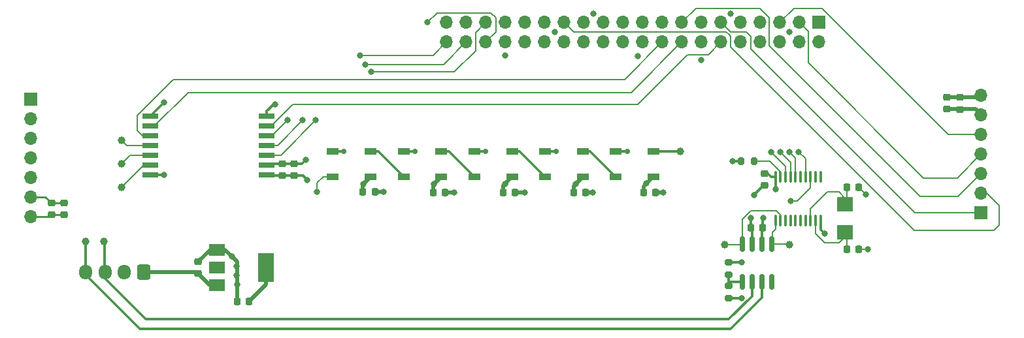
<source format=gtl>
G04 #@! TF.GenerationSoftware,KiCad,Pcbnew,7.0.8*
G04 #@! TF.CreationDate,2024-01-27T08:45:00-08:00*
G04 #@! TF.ProjectId,FacePlate,46616365-506c-4617-9465-2e6b69636164,rev?*
G04 #@! TF.SameCoordinates,Original*
G04 #@! TF.FileFunction,Copper,L1,Top*
G04 #@! TF.FilePolarity,Positive*
%FSLAX46Y46*%
G04 Gerber Fmt 4.6, Leading zero omitted, Abs format (unit mm)*
G04 Created by KiCad (PCBNEW 7.0.8) date 2024-01-27 08:45:00*
%MOMM*%
%LPD*%
G01*
G04 APERTURE LIST*
G04 Aperture macros list*
%AMRoundRect*
0 Rectangle with rounded corners*
0 $1 Rounding radius*
0 $2 $3 $4 $5 $6 $7 $8 $9 X,Y pos of 4 corners*
0 Add a 4 corners polygon primitive as box body*
4,1,4,$2,$3,$4,$5,$6,$7,$8,$9,$2,$3,0*
0 Add four circle primitives for the rounded corners*
1,1,$1+$1,$2,$3*
1,1,$1+$1,$4,$5*
1,1,$1+$1,$6,$7*
1,1,$1+$1,$8,$9*
0 Add four rect primitives between the rounded corners*
20,1,$1+$1,$2,$3,$4,$5,0*
20,1,$1+$1,$4,$5,$6,$7,0*
20,1,$1+$1,$6,$7,$8,$9,0*
20,1,$1+$1,$8,$9,$2,$3,0*%
G04 Aperture macros list end*
G04 #@! TA.AperFunction,SMDPad,CuDef*
%ADD10R,2.006600X1.930400*%
G04 #@! TD*
G04 #@! TA.AperFunction,SMDPad,CuDef*
%ADD11RoundRect,0.225000X-0.225000X-0.250000X0.225000X-0.250000X0.225000X0.250000X-0.225000X0.250000X0*%
G04 #@! TD*
G04 #@! TA.AperFunction,SMDPad,CuDef*
%ADD12RoundRect,0.225000X0.225000X0.250000X-0.225000X0.250000X-0.225000X-0.250000X0.225000X-0.250000X0*%
G04 #@! TD*
G04 #@! TA.AperFunction,SMDPad,CuDef*
%ADD13RoundRect,0.225000X0.250000X-0.225000X0.250000X0.225000X-0.250000X0.225000X-0.250000X-0.225000X0*%
G04 #@! TD*
G04 #@! TA.AperFunction,ComponentPad*
%ADD14R,1.700000X1.700000*%
G04 #@! TD*
G04 #@! TA.AperFunction,ComponentPad*
%ADD15O,1.700000X1.700000*%
G04 #@! TD*
G04 #@! TA.AperFunction,SMDPad,CuDef*
%ADD16R,1.500000X0.900000*%
G04 #@! TD*
G04 #@! TA.AperFunction,SMDPad,CuDef*
%ADD17C,1.000000*%
G04 #@! TD*
G04 #@! TA.AperFunction,SMDPad,CuDef*
%ADD18RoundRect,0.200000X0.275000X-0.200000X0.275000X0.200000X-0.275000X0.200000X-0.275000X-0.200000X0*%
G04 #@! TD*
G04 #@! TA.AperFunction,SMDPad,CuDef*
%ADD19RoundRect,0.100000X0.100000X-0.637500X0.100000X0.637500X-0.100000X0.637500X-0.100000X-0.637500X0*%
G04 #@! TD*
G04 #@! TA.AperFunction,SMDPad,CuDef*
%ADD20R,2.000000X0.800000*%
G04 #@! TD*
G04 #@! TA.AperFunction,SMDPad,CuDef*
%ADD21RoundRect,0.225000X-0.250000X0.225000X-0.250000X-0.225000X0.250000X-0.225000X0.250000X0.225000X0*%
G04 #@! TD*
G04 #@! TA.AperFunction,SMDPad,CuDef*
%ADD22RoundRect,0.150000X-0.150000X0.825000X-0.150000X-0.825000X0.150000X-0.825000X0.150000X0.825000X0*%
G04 #@! TD*
G04 #@! TA.AperFunction,SMDPad,CuDef*
%ADD23RoundRect,0.200000X-0.200000X-0.275000X0.200000X-0.275000X0.200000X0.275000X-0.200000X0.275000X0*%
G04 #@! TD*
G04 #@! TA.AperFunction,SMDPad,CuDef*
%ADD24R,2.000000X1.500000*%
G04 #@! TD*
G04 #@! TA.AperFunction,SMDPad,CuDef*
%ADD25R,2.000000X3.800000*%
G04 #@! TD*
G04 #@! TA.AperFunction,ComponentPad*
%ADD26RoundRect,0.250000X0.600000X0.725000X-0.600000X0.725000X-0.600000X-0.725000X0.600000X-0.725000X0*%
G04 #@! TD*
G04 #@! TA.AperFunction,ComponentPad*
%ADD27O,1.700000X1.950000*%
G04 #@! TD*
G04 #@! TA.AperFunction,ViaPad*
%ADD28C,0.800000*%
G04 #@! TD*
G04 #@! TA.AperFunction,ViaPad*
%ADD29C,0.700000*%
G04 #@! TD*
G04 #@! TA.AperFunction,Conductor*
%ADD30C,0.200000*%
G04 #@! TD*
G04 #@! TA.AperFunction,Conductor*
%ADD31C,0.300000*%
G04 #@! TD*
G04 #@! TA.AperFunction,Conductor*
%ADD32C,0.500000*%
G04 #@! TD*
G04 #@! TA.AperFunction,Conductor*
%ADD33C,0.250000*%
G04 #@! TD*
G04 APERTURE END LIST*
D10*
X209600000Y-82609300D03*
X209600000Y-86190700D03*
D11*
X209825000Y-88400000D03*
X211375000Y-88400000D03*
X209825000Y-80400000D03*
X211375000Y-80400000D03*
D12*
X132375000Y-95200000D03*
X130825000Y-95200000D03*
D13*
X125800000Y-91600000D03*
X125800000Y-90050000D03*
D14*
X104140000Y-68925600D03*
D15*
X104140000Y-71465600D03*
X104140000Y-74005600D03*
X104140000Y-76545600D03*
X104140000Y-79085600D03*
X104140000Y-81625600D03*
X104140000Y-84165600D03*
D16*
X184800000Y-79000000D03*
X184800000Y-75700000D03*
X179900000Y-75700000D03*
X179900000Y-79000000D03*
D11*
X165331000Y-81045000D03*
X166881000Y-81045000D03*
D17*
X115900000Y-80400000D03*
D11*
X156256000Y-81045000D03*
X157806000Y-81045000D03*
D16*
X166475000Y-79000000D03*
X166475000Y-75700000D03*
X161575000Y-75700000D03*
X161575000Y-79000000D03*
D13*
X136700000Y-78875000D03*
X136700000Y-77325000D03*
D11*
X147156000Y-80995000D03*
X148706000Y-80995000D03*
D16*
X157312500Y-79000000D03*
X157312500Y-75700000D03*
X152412500Y-75700000D03*
X152412500Y-79000000D03*
D11*
X174431000Y-81045000D03*
X175981000Y-81045000D03*
D17*
X188300000Y-75700000D03*
D18*
X194564000Y-94805000D03*
X194564000Y-93155000D03*
D16*
X175637500Y-79000000D03*
X175637500Y-75700000D03*
X170737500Y-75700000D03*
X170737500Y-79000000D03*
D19*
X200600000Y-84725000D03*
X201250000Y-84725000D03*
X201900000Y-84725000D03*
X202550000Y-84725000D03*
X203200000Y-84725000D03*
X203850000Y-84725000D03*
X204500000Y-84725000D03*
X205150000Y-84725000D03*
X205800000Y-84725000D03*
X206450000Y-84725000D03*
X206450000Y-79000000D03*
X205800000Y-79000000D03*
X205150000Y-79000000D03*
X204500000Y-79000000D03*
X203850000Y-79000000D03*
X203200000Y-79000000D03*
X202550000Y-79000000D03*
X201900000Y-79000000D03*
X201250000Y-79000000D03*
X200600000Y-79000000D03*
D13*
X108400000Y-83975000D03*
X108400000Y-82425000D03*
X106800000Y-83975000D03*
X106800000Y-82425000D03*
D14*
X227250000Y-83700000D03*
D15*
X227250000Y-81160000D03*
X227250000Y-78620000D03*
X227250000Y-76080000D03*
X227250000Y-73540000D03*
X227250000Y-71000000D03*
X227250000Y-68460000D03*
D17*
X111200000Y-87376750D03*
D20*
X119590000Y-78800000D03*
X119590000Y-77530000D03*
X119590000Y-76260000D03*
X119590000Y-74990000D03*
X119590000Y-73720000D03*
X119590000Y-72450000D03*
X119590000Y-71180000D03*
X134690000Y-71120000D03*
X134690000Y-72390000D03*
X134690000Y-73660000D03*
X134690000Y-74930000D03*
X134690000Y-76200000D03*
X134690000Y-77530000D03*
X134690000Y-78800000D03*
D18*
X194564000Y-90107000D03*
X194564000Y-91757000D03*
D21*
X224475000Y-68725000D03*
X224475000Y-70275000D03*
D22*
X200105000Y-92675000D03*
X198835000Y-92675000D03*
X197565000Y-92675000D03*
X196295000Y-92675000D03*
X196295000Y-87725000D03*
X197565000Y-87725000D03*
X198835000Y-87725000D03*
X200105000Y-87725000D03*
D17*
X115900000Y-77350000D03*
D13*
X138250000Y-78875000D03*
X138250000Y-77325000D03*
D11*
X183531000Y-81045000D03*
X185081000Y-81045000D03*
D17*
X113600000Y-87376750D03*
D21*
X222850000Y-68700000D03*
X222850000Y-70250000D03*
D17*
X202400000Y-87800000D03*
D16*
X148150000Y-79000000D03*
X148150000Y-75700000D03*
X143250000Y-75700000D03*
X143250000Y-79000000D03*
D11*
X197425000Y-85600000D03*
X198975000Y-85600000D03*
D17*
X194000000Y-87800000D03*
D21*
X199200000Y-78625000D03*
X199200000Y-80175000D03*
D17*
X115900000Y-74300000D03*
D23*
X196175000Y-77000000D03*
X197825000Y-77000000D03*
D14*
X206248000Y-59000000D03*
D15*
X206248000Y-61540000D03*
X203708000Y-59000000D03*
X203708000Y-61540000D03*
X201168000Y-59000000D03*
X201168000Y-61540000D03*
X198628000Y-59000000D03*
X198628000Y-61540000D03*
X196088000Y-59000000D03*
X196088000Y-61540000D03*
X193548000Y-59000000D03*
X193548000Y-61540000D03*
X191008000Y-59000000D03*
X191008000Y-61540000D03*
X188468000Y-59000000D03*
X188468000Y-61540000D03*
X185928000Y-59000000D03*
X185928000Y-61540000D03*
X183388000Y-59000000D03*
X183388000Y-61540000D03*
X180848000Y-59000000D03*
X180848000Y-61540000D03*
X178308000Y-59000000D03*
X178308000Y-61540000D03*
X175768000Y-59000000D03*
X175768000Y-61540000D03*
X173228000Y-59000000D03*
X173228000Y-61540000D03*
X170688000Y-59000000D03*
X170688000Y-61540000D03*
X168148000Y-59000000D03*
X168148000Y-61540000D03*
X165608000Y-59000000D03*
X165608000Y-61540000D03*
X163068000Y-59000000D03*
X163068000Y-61540000D03*
X160528000Y-59000000D03*
X160528000Y-61540000D03*
X157988000Y-59000000D03*
X157988000Y-61540000D03*
D24*
X128250000Y-88500000D03*
X128250000Y-90800000D03*
D25*
X134550000Y-90800000D03*
D24*
X128250000Y-93100000D03*
D26*
X118750000Y-91400000D03*
D27*
X116250000Y-91400000D03*
X113750000Y-91400000D03*
X111250000Y-91400000D03*
D28*
X212287500Y-81312500D03*
X212600000Y-88400000D03*
X128800000Y-90800000D03*
X127800000Y-90800000D03*
X207000000Y-86400000D03*
X135800000Y-69600000D03*
X141200000Y-81000000D03*
X195000000Y-77000000D03*
X200600000Y-80600000D03*
X165600000Y-63300500D03*
X177000000Y-57899500D03*
X172000000Y-60200000D03*
X191008000Y-63899500D03*
X182800000Y-63400000D03*
X202400000Y-60200000D03*
X194800000Y-57899500D03*
X130150000Y-89400000D03*
X130825000Y-93000000D03*
X130800000Y-91800000D03*
X130800000Y-90600000D03*
X135000000Y-92000000D03*
X134000000Y-92000000D03*
X135000000Y-90800000D03*
X134000000Y-90800000D03*
X134000000Y-89600000D03*
X135000000Y-89600000D03*
X155500000Y-59000000D03*
X196250000Y-90107000D03*
X196250000Y-94750000D03*
X200000000Y-75800000D03*
X197800000Y-81400000D03*
X199000000Y-84400000D03*
X197425000Y-84364244D03*
X202600000Y-82200000D03*
X203600000Y-75800000D03*
X202400000Y-75800000D03*
X201200000Y-75800000D03*
X121370000Y-69400000D03*
X121400000Y-78800000D03*
X139900000Y-79450000D03*
X139750000Y-76800000D03*
X148200000Y-65400000D03*
X141050000Y-71700000D03*
X147450000Y-64450000D03*
X139350000Y-71700000D03*
X146750000Y-63250000D03*
X137375000Y-71675000D03*
X159006000Y-81045000D03*
X186106000Y-81045000D03*
D29*
X144700000Y-75700000D03*
D28*
X149856000Y-80995000D03*
D29*
X181400000Y-75719500D03*
D28*
X176906000Y-81045000D03*
D29*
X163000000Y-75700000D03*
X172200000Y-75700000D03*
X153900000Y-75700000D03*
D28*
X168106000Y-81045000D03*
X165606000Y-79945000D03*
X174706000Y-79945000D03*
X183906000Y-79894000D03*
X156367500Y-79945000D03*
X147206000Y-79944000D03*
D30*
X211375000Y-80400000D02*
X212287500Y-81312500D01*
X211375000Y-88400000D02*
X212600000Y-88400000D01*
X209825000Y-88400000D02*
X209825000Y-86415700D01*
X209825000Y-86415700D02*
X209600000Y-86190700D01*
X209825000Y-82384300D02*
X209825000Y-80400000D01*
X209600000Y-82609300D02*
X209825000Y-82384300D01*
X205150000Y-83150000D02*
X205150000Y-84725000D01*
X208800000Y-81000000D02*
X207300000Y-81000000D01*
X207300000Y-81000000D02*
X205150000Y-83150000D01*
X209600000Y-81800000D02*
X208800000Y-81000000D01*
X209600000Y-82609300D02*
X209600000Y-81800000D01*
X205800000Y-86400000D02*
X205800000Y-84725000D01*
X209600000Y-86800000D02*
X208800000Y-87600000D01*
X209600000Y-86190700D02*
X209600000Y-86800000D01*
X208800000Y-87600000D02*
X207000000Y-87600000D01*
X207000000Y-87600000D02*
X205800000Y-86400000D01*
D31*
X206450000Y-85850000D02*
X207000000Y-86400000D01*
X206450000Y-84725000D02*
X206450000Y-85850000D01*
X135800000Y-69600000D02*
X135600000Y-69600000D01*
X134690000Y-70510000D02*
X134690000Y-71120000D01*
X135600000Y-69600000D02*
X134690000Y-70510000D01*
D30*
X156750000Y-57750000D02*
X155500000Y-59000000D01*
X163750000Y-57750000D02*
X156750000Y-57750000D01*
X164400000Y-60208000D02*
X164400000Y-58400000D01*
X163068000Y-61540000D02*
X164400000Y-60208000D01*
X164400000Y-58400000D02*
X163750000Y-57750000D01*
X198626349Y-57200000D02*
X190268000Y-57200000D01*
X199800000Y-58373651D02*
X198626349Y-57200000D01*
X219363302Y-81600000D02*
X199800000Y-62036698D01*
X224270000Y-81600000D02*
X219363302Y-81600000D01*
X199800000Y-62036698D02*
X199800000Y-58373651D01*
X227250000Y-78620000D02*
X224270000Y-81600000D01*
X190268000Y-57200000D02*
X188468000Y-59000000D01*
X218700000Y-83700000D02*
X227250000Y-83700000D01*
X196800000Y-60200000D02*
X197400000Y-60800000D01*
X197400000Y-60800000D02*
X197400000Y-62400000D01*
X194748000Y-60200000D02*
X196800000Y-60200000D01*
X197400000Y-62400000D02*
X218700000Y-83700000D01*
X193548000Y-59000000D02*
X194748000Y-60200000D01*
X174428000Y-60200000D02*
X173228000Y-59000000D01*
X194182314Y-60200000D02*
X174428000Y-60200000D01*
X194582314Y-60600000D02*
X194182314Y-60200000D01*
X194600000Y-60600000D02*
X194582314Y-60600000D01*
X194800000Y-62200000D02*
X194800000Y-60800000D01*
X229600000Y-85300000D02*
X228900000Y-86000000D01*
X229600000Y-82800000D02*
X229600000Y-85300000D01*
X227960000Y-81160000D02*
X229600000Y-82800000D01*
X228900000Y-86000000D02*
X218600000Y-86000000D01*
X194800000Y-60800000D02*
X194600000Y-60600000D01*
X227250000Y-81160000D02*
X227960000Y-81160000D01*
X218600000Y-86000000D02*
X194800000Y-62200000D01*
X141200000Y-81000000D02*
X141200000Y-79800000D01*
X141200000Y-79800000D02*
X142000000Y-79000000D01*
X142000000Y-79000000D02*
X143250000Y-79000000D01*
D31*
X196175000Y-77000000D02*
X195000000Y-77000000D01*
X200600000Y-80600000D02*
X200600000Y-79000000D01*
D30*
X189200000Y-63200000D02*
X191888000Y-63200000D01*
X191888000Y-63200000D02*
X193548000Y-61540000D01*
X138034264Y-69600000D02*
X182800000Y-69600000D01*
X135244264Y-72390000D02*
X138034264Y-69600000D01*
X134690000Y-72390000D02*
X135244264Y-72390000D01*
X182800000Y-69600000D02*
X189200000Y-63200000D01*
X202968000Y-57200000D02*
X201168000Y-59000000D01*
X206600000Y-57200000D02*
X202968000Y-57200000D01*
X222940000Y-73540000D02*
X206600000Y-57200000D01*
X227250000Y-73540000D02*
X222940000Y-73540000D01*
X204858000Y-64258000D02*
X204858000Y-60150000D01*
X219800000Y-79200000D02*
X204858000Y-64258000D01*
X224130000Y-79200000D02*
X219800000Y-79200000D01*
X227250000Y-76080000D02*
X224130000Y-79200000D01*
X204858000Y-60150000D02*
X203708000Y-59000000D01*
D32*
X125600000Y-91400000D02*
X125800000Y-91600000D01*
X118750000Y-91400000D02*
X125600000Y-91400000D01*
X129250000Y-88500000D02*
X128250000Y-88500000D01*
X130825000Y-90575000D02*
X130800000Y-90600000D01*
X130150000Y-89400000D02*
X130825000Y-90075000D01*
X130825000Y-90075000D02*
X130825000Y-90575000D01*
X130150000Y-89400000D02*
X129250000Y-88500000D01*
X130825000Y-93000000D02*
X130825000Y-95200000D01*
X130825000Y-91825000D02*
X130800000Y-91800000D01*
X130825000Y-93000000D02*
X130825000Y-91825000D01*
X130825000Y-91775000D02*
X130800000Y-91800000D01*
X130825000Y-90625000D02*
X130825000Y-91775000D01*
X130800000Y-90600000D02*
X130825000Y-90625000D01*
X134550000Y-93025000D02*
X134550000Y-90800000D01*
X135000000Y-90400000D02*
X135000000Y-91400000D01*
X134550000Y-93025000D02*
X132375000Y-95200000D01*
X134550000Y-90800000D02*
X135000000Y-90400000D01*
X127300000Y-93100000D02*
X128250000Y-93100000D01*
X125800000Y-91600000D02*
X127300000Y-93100000D01*
X125800000Y-90050000D02*
X127350000Y-88500000D01*
X127350000Y-88500000D02*
X128250000Y-88500000D01*
D31*
X197565000Y-94495661D02*
X197565000Y-92675000D01*
X113750000Y-92250000D02*
X119000000Y-97500000D01*
X119000000Y-97500000D02*
X194560661Y-97500000D01*
X113750000Y-91400000D02*
X113750000Y-92250000D01*
X194560661Y-97500000D02*
X197565000Y-94495661D01*
X198835000Y-94665000D02*
X198835000Y-92675000D01*
X194750000Y-98750000D02*
X198835000Y-94665000D01*
X118250000Y-98750000D02*
X194750000Y-98750000D01*
X111250000Y-91400000D02*
X111250000Y-91750000D01*
X111250000Y-91750000D02*
X118250000Y-98750000D01*
X196195000Y-94805000D02*
X194564000Y-94805000D01*
X196250000Y-94750000D02*
X196195000Y-94805000D01*
X196250000Y-90107000D02*
X194564000Y-90107000D01*
X194564000Y-92710000D02*
X194599000Y-92675000D01*
X194599000Y-92675000D02*
X196295000Y-92675000D01*
X194564000Y-92710000D02*
X194564000Y-91757000D01*
X194564000Y-93155000D02*
X194564000Y-92710000D01*
X196250000Y-92720000D02*
X196295000Y-92675000D01*
D30*
X200105000Y-87725000D02*
X202325000Y-87725000D01*
X202325000Y-87725000D02*
X202400000Y-87800000D01*
X196220000Y-87800000D02*
X196295000Y-87725000D01*
X194000000Y-87800000D02*
X196220000Y-87800000D01*
X205150000Y-80450000D02*
X205150000Y-79000000D01*
X202600000Y-82200000D02*
X203400000Y-82200000D01*
X203400000Y-82200000D02*
X205150000Y-80450000D01*
X204500000Y-76700000D02*
X204500000Y-79000000D01*
X203600000Y-75800000D02*
X204500000Y-76700000D01*
D31*
X200000000Y-79000000D02*
X200600000Y-79000000D01*
X199625000Y-78625000D02*
X200000000Y-79000000D01*
X199200000Y-78625000D02*
X199625000Y-78625000D01*
D30*
X201900000Y-77700000D02*
X201900000Y-79000000D01*
X200000000Y-75800000D02*
X201900000Y-77700000D01*
X202550000Y-77150000D02*
X202550000Y-79000000D01*
X201200000Y-75800000D02*
X202550000Y-77150000D01*
X202400000Y-75800000D02*
X203200000Y-76600000D01*
X203200000Y-76600000D02*
X203200000Y-79000000D01*
X199903188Y-77000000D02*
X197825000Y-77000000D01*
X201250000Y-78346812D02*
X199903188Y-77000000D01*
X201250000Y-79000000D02*
X201250000Y-78346812D01*
D31*
X199025000Y-80175000D02*
X197800000Y-81400000D01*
X199200000Y-80175000D02*
X199025000Y-80175000D01*
D30*
X200200000Y-87630000D02*
X200105000Y-87725000D01*
X200600000Y-85800000D02*
X200200000Y-86200000D01*
X200200000Y-86200000D02*
X200200000Y-87630000D01*
X200600000Y-84725000D02*
X200600000Y-85800000D01*
D31*
X197425000Y-84364244D02*
X197425000Y-85600000D01*
X198975000Y-84425000D02*
X198975000Y-85600000D01*
X199000000Y-84400000D02*
X198975000Y-84425000D01*
D30*
X197400000Y-83400000D02*
X196295000Y-84505000D01*
X196295000Y-84505000D02*
X196295000Y-87725000D01*
X200731250Y-83400000D02*
X197400000Y-83400000D01*
X201250000Y-83918750D02*
X200731250Y-83400000D01*
X201250000Y-84725000D02*
X201250000Y-83918750D01*
D31*
X198835000Y-85740000D02*
X198975000Y-85600000D01*
X198835000Y-87725000D02*
X198835000Y-85740000D01*
X197600000Y-85775000D02*
X197425000Y-85600000D01*
X197600000Y-87690000D02*
X197600000Y-85775000D01*
X197565000Y-85835000D02*
X197600000Y-85800000D01*
X119590000Y-71180000D02*
X121370000Y-69400000D01*
D30*
X161750000Y-60318000D02*
X163068000Y-59000000D01*
X159000000Y-65400000D02*
X161750000Y-62650000D01*
X148200000Y-65400000D02*
X159000000Y-65400000D01*
X161750000Y-62650000D02*
X161750000Y-60318000D01*
D31*
X121400000Y-78800000D02*
X119590000Y-78800000D01*
X139750000Y-76800000D02*
X139225000Y-77325000D01*
X139225000Y-77325000D02*
X138250000Y-77325000D01*
X139375000Y-78875000D02*
X138250000Y-78875000D01*
X139750000Y-79250000D02*
X139375000Y-78875000D01*
X139750000Y-79300000D02*
X139750000Y-79250000D01*
X139900000Y-79450000D02*
X139750000Y-79300000D01*
X134690000Y-78800000D02*
X134765000Y-78875000D01*
X134765000Y-78875000D02*
X138250000Y-78875000D01*
X138225000Y-77350000D02*
X138250000Y-77325000D01*
X134870000Y-77350000D02*
X138225000Y-77350000D01*
X134690000Y-77530000D02*
X134870000Y-77350000D01*
D30*
X147450000Y-64450000D02*
X157618000Y-64450000D01*
X157618000Y-64450000D02*
X160528000Y-61540000D01*
X156250000Y-63250000D02*
X157960000Y-61540000D01*
X157960000Y-61540000D02*
X157988000Y-61540000D01*
X146750000Y-63250000D02*
X156250000Y-63250000D01*
X135390000Y-73660000D02*
X134690000Y-73660000D01*
X137375000Y-71675000D02*
X135390000Y-73660000D01*
X136550000Y-76200000D02*
X134690000Y-76200000D01*
X141050000Y-71700000D02*
X136550000Y-76200000D01*
X136120000Y-74930000D02*
X134690000Y-74930000D01*
X139350000Y-71700000D02*
X136120000Y-74930000D01*
X119590000Y-77530000D02*
X118770000Y-77530000D01*
X118770000Y-77530000D02*
X115900000Y-80400000D01*
X119590000Y-76260000D02*
X116990000Y-76260000D01*
X116990000Y-76260000D02*
X115900000Y-77350000D01*
X116590000Y-74990000D02*
X115900000Y-74300000D01*
X119590000Y-74990000D02*
X116590000Y-74990000D01*
X122545736Y-66400000D02*
X181068000Y-66400000D01*
X117900000Y-71045736D02*
X122545736Y-66400000D01*
X117900000Y-73030000D02*
X117900000Y-71045736D01*
X118590000Y-73720000D02*
X117900000Y-73030000D01*
X119590000Y-73720000D02*
X118590000Y-73720000D01*
X181068000Y-66400000D02*
X185928000Y-61540000D01*
X181908000Y-68100000D02*
X188468000Y-61540000D01*
X120144264Y-72450000D02*
X124494264Y-68100000D01*
X124494264Y-68100000D02*
X181908000Y-68100000D01*
X119590000Y-72450000D02*
X120144264Y-72450000D01*
D33*
X106800000Y-83975000D02*
X108400000Y-83975000D01*
X104140000Y-84165600D02*
X106609400Y-84165600D01*
X106609400Y-84165600D02*
X106800000Y-83975000D01*
X106800000Y-82425000D02*
X108400000Y-82425000D01*
X106000600Y-81625600D02*
X106800000Y-82425000D01*
X104140000Y-81625600D02*
X106000600Y-81625600D01*
D31*
X170737500Y-75700000D02*
X172200000Y-75700000D01*
D32*
X175981000Y-81045000D02*
X176906000Y-81045000D01*
D31*
X161575000Y-75700000D02*
X163000000Y-75700000D01*
D32*
X157806000Y-81045000D02*
X159006000Y-81045000D01*
D31*
X179900000Y-75700000D02*
X181400000Y-75719500D01*
D32*
X227250000Y-71000000D02*
X227000000Y-71250000D01*
X185081000Y-81045000D02*
X186106000Y-81045000D01*
X226500000Y-70250000D02*
X227250000Y-71000000D01*
X166881000Y-81045000D02*
X168106000Y-81045000D01*
D31*
X144700000Y-75700000D02*
X143250000Y-75700000D01*
D32*
X222850000Y-70250000D02*
X226500000Y-70250000D01*
D31*
X152412500Y-75700000D02*
X153900000Y-75700000D01*
D32*
X149856000Y-80995000D02*
X148706000Y-80995000D01*
X165331000Y-81045000D02*
X165331000Y-80144000D01*
X165530000Y-79945000D02*
X165606000Y-79945000D01*
X165606000Y-79945000D02*
X165606000Y-79869000D01*
X156256000Y-80056500D02*
X156256000Y-81045000D01*
X165606000Y-79869000D02*
X166475000Y-79000000D01*
X147156000Y-79994000D02*
X147156000Y-80995000D01*
X183906000Y-79894000D02*
X183531000Y-80269000D01*
X156367500Y-79945000D02*
X156256000Y-80056500D01*
X222850000Y-68700000D02*
X227010000Y-68700000D01*
X147206000Y-79944000D02*
X147156000Y-79994000D01*
X174431000Y-81045000D02*
X174431000Y-80206500D01*
X227010000Y-68700000D02*
X227250000Y-68460000D01*
X174706000Y-79945000D02*
X174706000Y-79931500D01*
X165331000Y-80144000D02*
X165530000Y-79945000D01*
X174431000Y-80206500D02*
X174692500Y-79945000D01*
X174706000Y-79931500D02*
X175637500Y-79000000D01*
X183906000Y-79894000D02*
X184800000Y-79000000D01*
X183531000Y-80269000D02*
X183531000Y-81045000D01*
X174692500Y-79945000D02*
X174706000Y-79945000D01*
X156367500Y-79945000D02*
X157312500Y-79000000D01*
X147206000Y-79944000D02*
X148150000Y-79000000D01*
D31*
X157312500Y-75700000D02*
X158275000Y-75700000D01*
X158275000Y-75700000D02*
X161575000Y-79000000D01*
X113750000Y-91400000D02*
X113700000Y-91350000D01*
X113700000Y-91350000D02*
X113700000Y-87200000D01*
X113700000Y-87200000D02*
X113600000Y-87100000D01*
X111250000Y-91400000D02*
X111200000Y-91350000D01*
X111200000Y-91350000D02*
X111200000Y-87200000D01*
X149112500Y-75700000D02*
X152412500Y-79000000D01*
X148150000Y-75700000D02*
X149112500Y-75700000D01*
X167437500Y-75700000D02*
X170737500Y-79000000D01*
X166475000Y-75700000D02*
X167437500Y-75700000D01*
X176600000Y-75700000D02*
X179900000Y-79000000D01*
X175637500Y-75700000D02*
X176600000Y-75700000D01*
X188300000Y-75700000D02*
X188400000Y-75600000D01*
X184800000Y-75700000D02*
X188300000Y-75700000D01*
M02*

</source>
